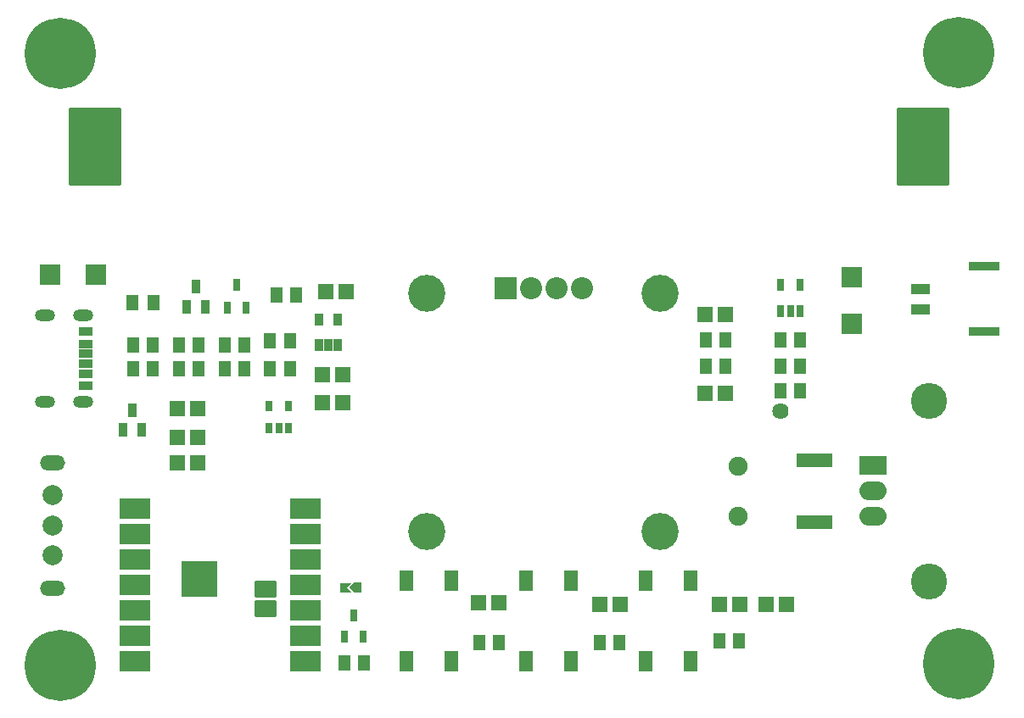
<source format=gts>
G04 Layer: TopSolderMaskLayer*
G04 EasyEDA v6.5.47, 2024-10-14 09:34:27*
G04 ce67ab0569d04c388b7640da7ad94f30,699dadb93aee4be8b9b8ad6142c81684,10*
G04 Gerber Generator version 0.2*
G04 Scale: 100 percent, Rotated: No, Reflected: No *
G04 Dimensions in millimeters *
G04 leading zeros omitted , absolute positions ,4 integer and 5 decimal *
%FSLAX45Y45*%
%MOMM*%

%AMMACRO1*4,1,8,-1.0211,-1.0508,-1.0508,-1.021,-1.0508,1.0211,-1.0211,1.0508,1.021,1.0508,1.0508,1.0211,1.0508,-1.021,1.021,-1.0508,-1.0211,-1.0508,0*%
%AMMACRO2*4,1,8,-0.7261,-0.7258,-0.7558,-0.696,-0.7558,0.6961,-0.7261,0.7258,0.726,0.7258,0.7558,0.6961,0.7558,-0.696,0.726,-0.7258,-0.7261,-0.7258,0*%
%AMMACRO3*4,1,8,-0.5873,-0.7393,-0.6171,-0.7095,-0.6171,0.7095,-0.5873,0.7393,0.5873,0.7393,0.6171,0.7095,0.6171,-0.7095,0.5873,-0.7393,-0.5873,-0.7393,0*%
%AMMACRO4*4,1,8,-1.5211,-1.0508,-1.5508,-1.021,-1.5508,1.0211,-1.5211,1.0508,1.521,1.0508,1.5508,1.0211,1.5508,-1.021,1.521,-1.0508,-1.5211,-1.0508,0*%
%AMMACRO5*4,1,8,-1.771,-1.8007,-1.8007,-1.771,-1.8007,1.771,-1.771,1.8007,1.771,1.8007,1.8007,1.771,1.8007,-1.771,1.771,-1.8007,-1.771,-1.8007,0*%
%AMMACRO6*4,1,8,-1.0371,-0.8128,-1.0668,-0.783,-1.0668,0.7831,-1.0371,0.8128,1.037,0.8128,1.0668,0.7831,1.0668,-0.783,1.037,-0.8128,-1.0371,-0.8128,0*%
%AMMACRO7*4,1,8,-0.6211,-1.0508,-0.6508,-1.021,-0.6508,1.0211,-0.6211,1.0508,0.621,1.0508,0.6508,1.0211,0.6508,-1.021,0.621,-1.0508,-0.6211,-1.0508,0*%
%AMMACRO8*4,1,8,-0.8711,-0.5008,-0.9008,-0.471,-0.9008,0.4711,-0.8711,0.5008,0.871,0.5008,0.9008,0.4711,0.9008,-0.471,0.871,-0.5008,-0.8711,-0.5008,0*%
%AMMACRO9*4,1,8,-1.5211,-0.4508,-1.5508,-0.421,-1.5508,0.4211,-1.5211,0.4508,1.521,0.4508,1.5508,0.4211,1.5508,-0.421,1.521,-0.4508,-1.5211,-0.4508,0*%
%AMMACRO10*4,1,8,-2.5611,-3.8608,-2.5908,-3.831,-2.5908,3.8311,-2.5611,3.8608,2.561,3.8608,2.5908,3.8311,2.5908,-3.831,2.561,-3.8608,-2.5611,-3.8608,0*%
%AMMACRO11*4,1,8,-1.0421,-1.1016,-1.1016,-1.0421,-1.1016,1.0421,-1.0421,1.1016,1.0421,1.1016,1.1016,1.0421,1.1016,-1.0421,1.0421,-1.1016,-1.0421,-1.1016,0*%
%AMMACRO12*4,1,8,-0.5211,-0.7506,-0.5508,-0.7208,-0.5508,0.7208,-0.5211,0.7506,0.521,0.7506,0.5508,0.7208,0.5508,-0.7208,0.521,-0.7506,-0.5211,-0.7506,0*%
%AMMACRO13*4,1,8,-1.3211,-0.9508,-1.3508,-0.921,-1.3508,0.9211,-1.3211,0.9508,1.321,0.9508,1.3508,0.9211,1.3508,-0.921,1.321,-0.9508,-1.3211,-0.9508,0*%
%AMMACRO14*4,1,8,-1.749,-0.6921,-1.7788,-0.6623,-1.7788,0.6623,-1.749,0.6921,1.749,0.6921,1.7788,0.6623,1.7788,-0.6623,1.749,-0.6921,-1.749,-0.6921,0*%
%AMMACRO15*4,1,47,-0.1588,-0.4826,-0.1629,-0.4822,-0.167,-0.4812,-0.1709,-0.4795,-0.1744,-0.4772,-0.1775,-0.4744,-0.5966,-0.0172,-0.5989,-0.0142,-0.6008,-0.0109,-0.6021,-0.0074,-0.603,-0.0038,-0.6033,0,-0.603,0.0038,-0.6021,0.0074,-0.6008,0.0109,-0.5989,0.0142,-0.5966,0.0172,-0.1775,0.4744,-0.1744,0.4772,-0.1709,0.4795,-0.167,0.4812,-0.1629,0.4822,-0.1588,0.4826,0.5779,0.4826,0.5815,0.4823,0.585,0.4816,0.5884,0.4803,0.5916,0.4786,0.5945,0.4764,0.5971,0.4738,0.5992,0.4709,0.601,0.4677,0.6022,0.4644,0.603,0.4608,0.6033,0.4572,0.6033,-0.4572,0.603,-0.4608,0.6022,-0.4644,0.601,-0.4677,0.5992,-0.4709,0.5971,-0.4738,0.5945,-0.4764,0.5916,-0.4786,0.5884,-0.4803,0.585,-0.4816,0.5815,-0.4823,0.5779,-0.4826,-0.1588,-0.4826,0*%
%AMMACRO16*4,1,8,-0.6211,-0.4508,-0.6508,-0.421,-0.6508,0.4211,-0.6211,0.4508,0.621,0.4508,0.6508,0.4211,0.6508,-0.421,0.621,-0.4508,-0.6211,-0.4508,0*%
%AMMACRO17*4,1,8,-0.6211,-0.4008,-0.6508,-0.371,-0.6508,0.3711,-0.6211,0.4008,0.621,0.4008,0.6508,0.3711,0.6508,-0.371,0.621,-0.4008,-0.6211,-0.4008,0*%
%AMMACRO18*4,1,8,-0.3711,-0.6758,-0.4008,-0.646,-0.4008,0.646,-0.3711,0.6758,0.371,0.6758,0.4008,0.646,0.4008,-0.646,0.371,-0.6758,-0.3711,-0.6758,0*%
%AMMACRO19*4,1,8,-0.2871,-0.5733,-0.3168,-0.5435,-0.3168,0.5436,-0.2871,0.5733,0.287,0.5733,0.3168,0.5436,0.3168,-0.5435,0.287,-0.5733,-0.2871,-0.5733,0*%
%AMMACRO20*4,1,8,-0.287,-0.5733,-0.3168,-0.5435,-0.3168,0.5436,-0.287,0.5733,0.287,0.5733,0.3168,0.5436,0.3168,-0.5435,0.287,-0.5733,-0.287,-0.5733,0*%
%AMMACRO21*4,1,8,-0.3711,-0.6008,-0.4008,-0.571,-0.4008,0.5711,-0.3711,0.6008,0.371,0.6008,0.4008,0.5711,0.4008,-0.571,0.371,-0.6008,-0.3711,-0.6008,0*%
%AMMACRO22*4,1,8,-0.3207,-0.55,-0.35,-0.5207,-0.35,0.5207,-0.3207,0.55,0.3207,0.55,0.35,0.5207,0.35,-0.5207,0.3207,-0.55,-0.3207,-0.55,0*%
%AMMACRO23*4,1,8,-0.3211,-0.5508,-0.3508,-0.521,-0.3508,0.5211,-0.3211,0.5508,0.321,0.5508,0.3508,0.5211,0.3508,-0.521,0.321,-0.5508,-0.3211,-0.5508,0*%
%AMMACRO24*4,1,8,-0.3211,-0.5858,-0.3508,-0.556,-0.3508,0.5561,-0.3211,0.5858,0.321,0.5858,0.3508,0.5561,0.3508,-0.556,0.321,-0.5858,-0.3211,-0.5858,0*%
%ADD10MACRO1*%
%ADD11MACRO2*%
%ADD12MACRO3*%
%ADD13MACRO4*%
%ADD14MACRO5*%
%ADD15MACRO6*%
%ADD16C,1.9016*%
%ADD17MACRO7*%
%ADD18MACRO8*%
%ADD19MACRO9*%
%ADD20MACRO10*%
%ADD21MACRO11*%
%ADD22C,2.2032*%
%ADD23C,3.7032*%
%ADD24C,7.1016*%
%ADD25MACRO12*%
%ADD26O,2.7015948X1.9015964*%
%ADD27MACRO13*%
%ADD28MACRO14*%
%ADD29MACRO15*%
%ADD30MACRO16*%
%ADD31MACRO17*%
%ADD32O,2.0015962000000003X1.2015978000000003*%
%ADD33C,3.6000*%
%ADD34MACRO18*%
%ADD35MACRO19*%
%ADD36MACRO20*%
%ADD37MACRO21*%
%ADD38MACRO22*%
%ADD39MACRO23*%
%ADD40MACRO24*%
%ADD41C,2.0016*%
%ADD42O,2.5015952X1.5015972000000002*%
%ADD43C,1.6256*%
%ADD44C,0.0158*%

%LPD*%
D10*
G01*
X963795Y5727700D03*
G01*
X1423797Y5727700D03*
D11*
G01*
X8319899Y2438400D03*
G01*
X8113900Y2438400D03*
G01*
X5449699Y2451100D03*
G01*
X5243700Y2451100D03*
G01*
X6656199Y2438400D03*
G01*
X6450200Y2438400D03*
G01*
X7849999Y2438400D03*
G01*
X7644000Y2438400D03*
D12*
G01*
X5250073Y2057400D03*
G01*
X5443326Y2057400D03*
G01*
X6456573Y2057400D03*
G01*
X6649826Y2057400D03*
G01*
X7650373Y2070100D03*
G01*
X7843626Y2070100D03*
D10*
G01*
X8966327Y5703704D03*
G01*
X8966327Y5243702D03*
D13*
G01*
X3516985Y3390900D03*
G01*
X3516985Y3136900D03*
G01*
X3516985Y2882900D03*
G01*
X3516985Y2628900D03*
G01*
X3516985Y2374900D03*
G01*
X3516985Y2120900D03*
G01*
X3516985Y1866900D03*
G01*
X1817014Y3390900D03*
G01*
X1817014Y3136900D03*
G01*
X1817014Y2882900D03*
G01*
X1817014Y2628900D03*
G01*
X1817014Y2374900D03*
G01*
X1817014Y2120900D03*
G01*
X1817014Y1866900D03*
D14*
G01*
X2456992Y2688894D03*
D15*
G01*
X3116986Y2398902D03*
G01*
X3116986Y2588894D03*
D16*
G01*
X7835900Y3818686D03*
G01*
X7835900Y3318687D03*
D17*
G01*
X6912406Y1873300D03*
G01*
X7362393Y1873300D03*
G01*
X7362393Y2673299D03*
G01*
X6912406Y2673299D03*
G01*
X4524806Y1873300D03*
G01*
X4974793Y1873300D03*
G01*
X4974793Y2673299D03*
G01*
X4524806Y2673299D03*
G01*
X5718606Y1873300D03*
G01*
X6168593Y1873300D03*
G01*
X6168593Y2673299D03*
G01*
X5718606Y2673299D03*
D18*
G01*
X9651991Y5586395D03*
G01*
X9651991Y5386398D03*
D19*
G01*
X10287000Y5811393D03*
G01*
X10287000Y5161406D03*
D20*
G01*
X1418590Y7010400D03*
G01*
X9681210Y7010400D03*
D11*
G01*
X3922702Y5562600D03*
G01*
X3722697Y5562600D03*
G01*
X3887325Y4735286D03*
G01*
X3687320Y4735286D03*
D21*
G01*
X5511807Y5596501D03*
D22*
G01*
X5765800Y5596509D03*
G01*
X6019800Y5596509D03*
G01*
X6273800Y5596509D03*
D23*
G01*
X4727803Y5546521D03*
G01*
X7057796Y5546521D03*
G01*
X4727803Y3166516D03*
G01*
X7057796Y3166516D03*
D24*
G01*
X1066825Y7937500D03*
G01*
X10033025Y7950200D03*
G01*
X10033025Y1841500D03*
G01*
X1066825Y1828800D03*
D25*
G01*
X1787271Y5448300D03*
G01*
X1997329Y5448300D03*
D26*
G01*
X9182608Y3568725D03*
G01*
X9181617Y3314700D03*
D27*
G01*
X9182595Y3822712D03*
D12*
G01*
X1988926Y5029200D03*
G01*
X1795673Y5029200D03*
G01*
X1988926Y4787900D03*
G01*
X1795673Y4787900D03*
G01*
X2903326Y5029200D03*
G01*
X2710073Y5029200D03*
G01*
X2903326Y4787900D03*
G01*
X2710073Y4787900D03*
G01*
X2446126Y4787900D03*
G01*
X2252873Y4787900D03*
G01*
X2446126Y5029200D03*
G01*
X2252873Y5029200D03*
G01*
X4097126Y1854200D03*
G01*
X3903873Y1854200D03*
G01*
X8259973Y5078730D03*
G01*
X8453226Y5078730D03*
G01*
X8453226Y4813300D03*
G01*
X8259973Y4813300D03*
G01*
X8453226Y4572000D03*
G01*
X8259973Y4572000D03*
G01*
X7703926Y4813300D03*
G01*
X7510673Y4813300D03*
G01*
X7703926Y5080000D03*
G01*
X7510673Y5080000D03*
G01*
X3227395Y5524500D03*
G01*
X3427404Y5524500D03*
G01*
X3363904Y5067300D03*
G01*
X3163895Y5067300D03*
G01*
X3363904Y4787900D03*
G01*
X3163895Y4787900D03*
D28*
G01*
X8597900Y3262073D03*
G01*
X8597900Y3875326D03*
D11*
G01*
X3887327Y4454070D03*
G01*
X3687323Y4454070D03*
G01*
X2439799Y4394200D03*
G01*
X2233800Y4394200D03*
G01*
X2439799Y4102100D03*
G01*
X2233800Y4102100D03*
G01*
X2233800Y3848100D03*
G01*
X2439799Y3848100D03*
G01*
X7710299Y5334000D03*
G01*
X7504300Y5334000D03*
G01*
X7504300Y4546600D03*
G01*
X7710299Y4546600D03*
D29*
G01*
X4013834Y2603500D03*
G36*
X3863340Y2555239D02*
G01*
X3862979Y2555265D01*
X3862623Y2555344D01*
X3862285Y2555468D01*
X3861965Y2555643D01*
X3861676Y2555859D01*
X3861419Y2556116D01*
X3861203Y2556405D01*
X3861028Y2556725D01*
X3860904Y2557063D01*
X3860825Y2557419D01*
X3860800Y2557779D01*
X3860800Y2649220D01*
X3860825Y2649580D01*
X3860904Y2649936D01*
X3861028Y2650274D01*
X3861203Y2650594D01*
X3861419Y2650883D01*
X3861676Y2651140D01*
X3861965Y2651356D01*
X3862285Y2651531D01*
X3862623Y2651655D01*
X3862979Y2651734D01*
X3863340Y2651760D01*
X3973829Y2651760D01*
X3974175Y2651737D01*
X3974513Y2651666D01*
X3974838Y2651551D01*
X3975145Y2651394D01*
X3975427Y2651193D01*
X3975681Y2650959D01*
X3975900Y2650693D01*
X3976080Y2650398D01*
X3976220Y2650083D01*
X3976314Y2649750D01*
X3976362Y2649407D01*
X3976364Y2649062D01*
X3976321Y2648722D01*
X3976230Y2648386D01*
X3976095Y2648069D01*
X3975917Y2647772D01*
X3975701Y2647502D01*
X3935366Y2603500D01*
X3975701Y2559497D01*
X3975917Y2559227D01*
X3976095Y2558930D01*
X3976230Y2558613D01*
X3976321Y2558277D01*
X3976364Y2557937D01*
X3976362Y2557592D01*
X3976314Y2557249D01*
X3976220Y2556916D01*
X3976080Y2556601D01*
X3975900Y2556306D01*
X3975681Y2556040D01*
X3975427Y2555806D01*
X3975145Y2555605D01*
X3974838Y2555448D01*
X3974513Y2555333D01*
X3974175Y2555262D01*
X3973829Y2555239D01*
G37*
D30*
G01*
X1320111Y5159489D03*
D31*
G01*
X1320111Y5039498D03*
G01*
X1320111Y4939498D03*
G01*
X1320111Y4839498D03*
G01*
X1320111Y4739499D03*
D30*
G01*
X1320109Y4619510D03*
D32*
G01*
X915111Y4457496D03*
G01*
X915111Y5321477D03*
G01*
X1295120Y4457496D03*
G01*
X1295120Y5321477D03*
D33*
G01*
X9740900Y2668701D03*
G01*
X9740900Y4468698D03*
D34*
G01*
X2330703Y5411800D03*
G01*
X2520694Y5411800D03*
G01*
X2425698Y5611799D03*
D35*
G01*
X2737100Y5397050D03*
G01*
X2927099Y5397050D03*
D36*
G01*
X2832100Y5626549D03*
D37*
G01*
X3651392Y5026799D03*
G01*
X3746388Y5026799D03*
G01*
X3841587Y5026799D03*
G01*
X3841587Y5285600D03*
G01*
X3651595Y5285600D03*
D38*
G01*
X3156198Y4415302D03*
G01*
X3346201Y4415302D03*
G01*
X3156209Y4195290D03*
G01*
X3346190Y4195284D03*
G01*
X3251200Y4195287D03*
D34*
G01*
X1695703Y4179900D03*
G01*
X1885694Y4179900D03*
G01*
X1790698Y4379899D03*
D39*
G01*
X8261603Y5629109D03*
G01*
X8451596Y5629109D03*
G01*
X8451596Y5369090D03*
G01*
X8356600Y5369090D03*
G01*
X8261603Y5369090D03*
D40*
G01*
X4000500Y2325999D03*
G01*
X4095496Y2119000D03*
G01*
X3905503Y2119000D03*
D41*
G01*
X990600Y3225800D03*
G01*
X990600Y2925800D03*
G01*
X990600Y3525799D03*
D42*
G01*
X990600Y2600807D03*
G01*
X990600Y3850792D03*
D43*
G01*
X8255000Y4368800D03*
M02*

</source>
